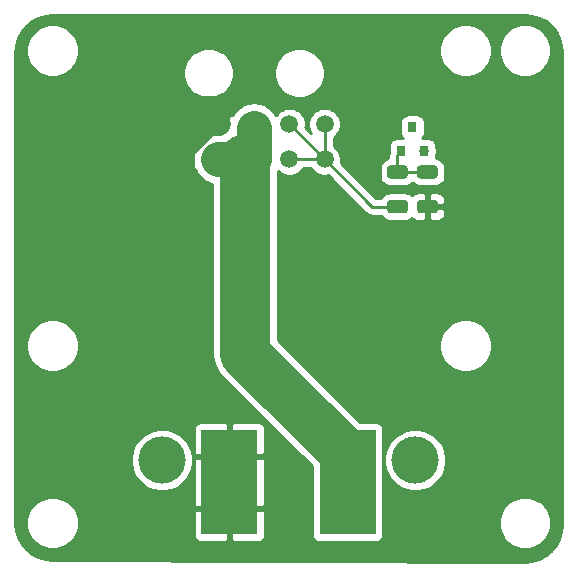
<source format=gbr>
G04 #@! TF.GenerationSoftware,KiCad,Pcbnew,(5.1.6)-1*
G04 #@! TF.CreationDate,2021-06-25T13:56:25+10:00*
G04 #@! TF.ProjectId,Fan Controller,46616e20-436f-46e7-9472-6f6c6c65722e,rev?*
G04 #@! TF.SameCoordinates,Original*
G04 #@! TF.FileFunction,Copper,L1,Top*
G04 #@! TF.FilePolarity,Positive*
%FSLAX46Y46*%
G04 Gerber Fmt 4.6, Leading zero omitted, Abs format (unit mm)*
G04 Created by KiCad (PCBNEW (5.1.6)-1) date 2021-06-25 13:56:25*
%MOMM*%
%LPD*%
G01*
G04 APERTURE LIST*
G04 #@! TA.AperFunction,ComponentPad*
%ADD10C,1.500000*%
G04 #@! TD*
G04 #@! TA.AperFunction,ComponentPad*
%ADD11C,4.000000*%
G04 #@! TD*
G04 #@! TA.AperFunction,ComponentPad*
%ADD12R,4.800000X4.500000*%
G04 #@! TD*
G04 #@! TA.AperFunction,SMDPad,CuDef*
%ADD13R,0.800000X0.900000*%
G04 #@! TD*
G04 #@! TA.AperFunction,ViaPad*
%ADD14C,0.800000*%
G04 #@! TD*
G04 #@! TA.AperFunction,Conductor*
%ADD15C,0.250000*%
G04 #@! TD*
G04 #@! TA.AperFunction,Conductor*
%ADD16C,3.000000*%
G04 #@! TD*
G04 #@! TA.AperFunction,Conductor*
%ADD17C,4.250000*%
G04 #@! TD*
G04 #@! TA.AperFunction,Conductor*
%ADD18C,2.000000*%
G04 #@! TD*
G04 #@! TA.AperFunction,Conductor*
%ADD19C,0.254000*%
G04 #@! TD*
G04 APERTURE END LIST*
D10*
X138365000Y-91011000D03*
X135365000Y-91011000D03*
X132365000Y-91011000D03*
X129365000Y-91011000D03*
X126365000Y-91011000D03*
X138365000Y-88011000D03*
X135365000Y-88011000D03*
X132365000Y-88011000D03*
X129365000Y-88011000D03*
G04 #@! TA.AperFunction,ComponentPad*
G36*
G01*
X125615000Y-88511000D02*
X125615000Y-87511000D01*
G75*
G02*
X125865000Y-87261000I250000J0D01*
G01*
X126865000Y-87261000D01*
G75*
G02*
X127115000Y-87511000I0J-250000D01*
G01*
X127115000Y-88511000D01*
G75*
G02*
X126865000Y-88761000I-250000J0D01*
G01*
X125865000Y-88761000D01*
G75*
G02*
X125615000Y-88511000I0J250000D01*
G01*
G37*
G04 #@! TD.AperFunction*
D11*
X146032000Y-116473000D03*
X124572000Y-116473000D03*
D12*
X140302000Y-116123000D03*
X130302000Y-116123000D03*
X140302000Y-120523000D03*
X130302000Y-120523000D03*
D13*
X144846000Y-90281000D03*
X146746000Y-90281000D03*
X145796000Y-88281000D03*
G04 #@! TA.AperFunction,SMDPad,CuDef*
G36*
G01*
X146440999Y-91512500D02*
X147691001Y-91512500D01*
G75*
G02*
X147941000Y-91762499I0J-249999D01*
G01*
X147941000Y-92387501D01*
G75*
G02*
X147691001Y-92637500I-249999J0D01*
G01*
X146440999Y-92637500D01*
G75*
G02*
X146191000Y-92387501I0J249999D01*
G01*
X146191000Y-91762499D01*
G75*
G02*
X146440999Y-91512500I249999J0D01*
G01*
G37*
G04 #@! TD.AperFunction*
G04 #@! TA.AperFunction,SMDPad,CuDef*
G36*
G01*
X146440999Y-94437500D02*
X147691001Y-94437500D01*
G75*
G02*
X147941000Y-94687499I0J-249999D01*
G01*
X147941000Y-95312501D01*
G75*
G02*
X147691001Y-95562500I-249999J0D01*
G01*
X146440999Y-95562500D01*
G75*
G02*
X146191000Y-95312501I0J249999D01*
G01*
X146191000Y-94687499D01*
G75*
G02*
X146440999Y-94437500I249999J0D01*
G01*
G37*
G04 #@! TD.AperFunction*
G04 #@! TA.AperFunction,SMDPad,CuDef*
G36*
G01*
X143900999Y-94437500D02*
X145151001Y-94437500D01*
G75*
G02*
X145401000Y-94687499I0J-249999D01*
G01*
X145401000Y-95312501D01*
G75*
G02*
X145151001Y-95562500I-249999J0D01*
G01*
X143900999Y-95562500D01*
G75*
G02*
X143651000Y-95312501I0J249999D01*
G01*
X143651000Y-94687499D01*
G75*
G02*
X143900999Y-94437500I249999J0D01*
G01*
G37*
G04 #@! TD.AperFunction*
G04 #@! TA.AperFunction,SMDPad,CuDef*
G36*
G01*
X143900999Y-91512500D02*
X145151001Y-91512500D01*
G75*
G02*
X145401000Y-91762499I0J-249999D01*
G01*
X145401000Y-92387501D01*
G75*
G02*
X145151001Y-92637500I-249999J0D01*
G01*
X143900999Y-92637500D01*
G75*
G02*
X143651000Y-92387501I0J249999D01*
G01*
X143651000Y-91762499D01*
G75*
G02*
X143900999Y-91512500I249999J0D01*
G01*
G37*
G04 #@! TD.AperFunction*
D14*
X146812000Y-90297000D03*
D15*
X147066000Y-92075000D02*
X144526000Y-92075000D01*
X144526000Y-90601000D02*
X144846000Y-90281000D01*
X144526000Y-92075000D02*
X144526000Y-90601000D01*
D16*
X132365000Y-91011000D02*
X132365000Y-88310999D01*
D17*
X140302000Y-120523000D02*
X140302000Y-116123000D01*
X131620000Y-107441000D02*
X131620000Y-91011000D01*
X140302000Y-116123000D02*
X131620000Y-107441000D01*
D16*
X129365000Y-91011000D02*
X131620000Y-91011000D01*
X131620000Y-91011000D02*
X132365000Y-91011000D01*
D18*
X126365000Y-91011000D02*
X126365000Y-88011000D01*
X126365000Y-88011000D02*
X129413000Y-88011000D01*
X125778000Y-91011000D02*
X125603000Y-91186000D01*
X126365000Y-91011000D02*
X125778000Y-91011000D01*
X124968000Y-89614000D02*
X124968000Y-89281000D01*
X126365000Y-91011000D02*
X124968000Y-89614000D01*
X124968000Y-87122000D02*
X125349000Y-86741000D01*
X124968000Y-89614000D02*
X124968000Y-87122000D01*
X127254000Y-86614000D02*
X129667000Y-86614000D01*
X124968000Y-87122000D02*
X126746000Y-87122000D01*
X126746000Y-87122000D02*
X127254000Y-86614000D01*
X128546610Y-88011000D02*
X129365000Y-88011000D01*
X126365000Y-90192610D02*
X128546610Y-88011000D01*
X126365000Y-91011000D02*
X126365000Y-90192610D01*
X126365000Y-91011000D02*
X126365000Y-92456000D01*
D15*
X142354000Y-95000000D02*
X138365000Y-91011000D01*
X144526000Y-95000000D02*
X142354000Y-95000000D01*
X138365000Y-91011000D02*
X135365000Y-91011000D01*
X138365000Y-91011000D02*
X138365000Y-88011000D01*
X138365000Y-91011000D02*
X135365000Y-88011000D01*
D19*
G36*
X155932222Y-78828096D02*
G01*
X156520164Y-79005606D01*
X157062436Y-79293937D01*
X157538364Y-79682094D01*
X157929845Y-80155314D01*
X158221951Y-80695552D01*
X158403563Y-81282244D01*
X158471001Y-81923888D01*
X158471000Y-121887721D01*
X158407904Y-122531221D01*
X158230394Y-123119164D01*
X157942063Y-123661436D01*
X157553906Y-124137364D01*
X157080686Y-124528845D01*
X156540449Y-124820950D01*
X155953756Y-125002563D01*
X155312414Y-125069970D01*
X115349330Y-124943103D01*
X114704779Y-124879904D01*
X114116836Y-124702394D01*
X113574564Y-124414063D01*
X113098636Y-124025906D01*
X112707155Y-123552686D01*
X112415050Y-123012449D01*
X112233437Y-122425756D01*
X112166000Y-121784130D01*
X112166000Y-121567872D01*
X113081000Y-121567872D01*
X113081000Y-122008128D01*
X113166890Y-122439925D01*
X113335369Y-122846669D01*
X113579962Y-123212729D01*
X113891271Y-123524038D01*
X114257331Y-123768631D01*
X114664075Y-123937110D01*
X115095872Y-124023000D01*
X115536128Y-124023000D01*
X115967925Y-123937110D01*
X116374669Y-123768631D01*
X116740729Y-123524038D01*
X117052038Y-123212729D01*
X117296631Y-122846669D01*
X117327145Y-122773000D01*
X127263928Y-122773000D01*
X127276188Y-122897482D01*
X127312498Y-123017180D01*
X127371463Y-123127494D01*
X127450815Y-123224185D01*
X127547506Y-123303537D01*
X127657820Y-123362502D01*
X127777518Y-123398812D01*
X127902000Y-123411072D01*
X130016250Y-123408000D01*
X130175000Y-123249250D01*
X130175000Y-120650000D01*
X130429000Y-120650000D01*
X130429000Y-123249250D01*
X130587750Y-123408000D01*
X132702000Y-123411072D01*
X132826482Y-123398812D01*
X132946180Y-123362502D01*
X133056494Y-123303537D01*
X133153185Y-123224185D01*
X133232537Y-123127494D01*
X133291502Y-123017180D01*
X133327812Y-122897482D01*
X133340072Y-122773000D01*
X133337000Y-120808750D01*
X133178250Y-120650000D01*
X130429000Y-120650000D01*
X130175000Y-120650000D01*
X127425750Y-120650000D01*
X127267000Y-120808750D01*
X127263928Y-122773000D01*
X117327145Y-122773000D01*
X117465110Y-122439925D01*
X117551000Y-122008128D01*
X117551000Y-121567872D01*
X117465110Y-121136075D01*
X117296631Y-120729331D01*
X117052038Y-120363271D01*
X116740729Y-120051962D01*
X116374669Y-119807369D01*
X115967925Y-119638890D01*
X115536128Y-119553000D01*
X115095872Y-119553000D01*
X114664075Y-119638890D01*
X114257331Y-119807369D01*
X113891271Y-120051962D01*
X113579962Y-120363271D01*
X113335369Y-120729331D01*
X113166890Y-121136075D01*
X113081000Y-121567872D01*
X112166000Y-121567872D01*
X112166000Y-116213475D01*
X121937000Y-116213475D01*
X121937000Y-116732525D01*
X122038261Y-117241601D01*
X122236893Y-117721141D01*
X122525262Y-118152715D01*
X122892285Y-118519738D01*
X123323859Y-118808107D01*
X123803399Y-119006739D01*
X124312475Y-119108000D01*
X124831525Y-119108000D01*
X125340601Y-119006739D01*
X125820141Y-118808107D01*
X126251715Y-118519738D01*
X126498453Y-118273000D01*
X127263928Y-118273000D01*
X127264006Y-118323000D01*
X127263928Y-118373000D01*
X127264087Y-118374614D01*
X127267000Y-120237250D01*
X127425750Y-120396000D01*
X130175000Y-120396000D01*
X130175000Y-116250000D01*
X130429000Y-116250000D01*
X130429000Y-120396000D01*
X133178250Y-120396000D01*
X133337000Y-120237250D01*
X133339913Y-118374614D01*
X133340072Y-118373000D01*
X133339994Y-118323000D01*
X133340072Y-118273000D01*
X133339913Y-118271386D01*
X133337000Y-116408750D01*
X133178250Y-116250000D01*
X130429000Y-116250000D01*
X130175000Y-116250000D01*
X127425750Y-116250000D01*
X127267000Y-116408750D01*
X127264087Y-118271386D01*
X127263928Y-118273000D01*
X126498453Y-118273000D01*
X126618738Y-118152715D01*
X126907107Y-117721141D01*
X127105739Y-117241601D01*
X127207000Y-116732525D01*
X127207000Y-116213475D01*
X127105739Y-115704399D01*
X126907107Y-115224859D01*
X126618738Y-114793285D01*
X126251715Y-114426262D01*
X125820141Y-114137893D01*
X125340601Y-113939261D01*
X125007483Y-113873000D01*
X127263928Y-113873000D01*
X127267000Y-115837250D01*
X127425750Y-115996000D01*
X130175000Y-115996000D01*
X130175000Y-113396750D01*
X130429000Y-113396750D01*
X130429000Y-115996000D01*
X133178250Y-115996000D01*
X133337000Y-115837250D01*
X133340072Y-113873000D01*
X133327812Y-113748518D01*
X133291502Y-113628820D01*
X133232537Y-113518506D01*
X133153185Y-113421815D01*
X133056494Y-113342463D01*
X132946180Y-113283498D01*
X132826482Y-113247188D01*
X132702000Y-113234928D01*
X130587750Y-113238000D01*
X130429000Y-113396750D01*
X130175000Y-113396750D01*
X130016250Y-113238000D01*
X127902000Y-113234928D01*
X127777518Y-113247188D01*
X127657820Y-113283498D01*
X127547506Y-113342463D01*
X127450815Y-113421815D01*
X127371463Y-113518506D01*
X127312498Y-113628820D01*
X127276188Y-113748518D01*
X127263928Y-113873000D01*
X125007483Y-113873000D01*
X124831525Y-113838000D01*
X124312475Y-113838000D01*
X123803399Y-113939261D01*
X123323859Y-114137893D01*
X122892285Y-114426262D01*
X122525262Y-114793285D01*
X122236893Y-115224859D01*
X122038261Y-115704399D01*
X121937000Y-116213475D01*
X112166000Y-116213475D01*
X112166000Y-106567872D01*
X113081000Y-106567872D01*
X113081000Y-107008128D01*
X113166890Y-107439925D01*
X113335369Y-107846669D01*
X113579962Y-108212729D01*
X113891271Y-108524038D01*
X114257331Y-108768631D01*
X114664075Y-108937110D01*
X115095872Y-109023000D01*
X115536128Y-109023000D01*
X115967925Y-108937110D01*
X116374669Y-108768631D01*
X116740729Y-108524038D01*
X117052038Y-108212729D01*
X117296631Y-107846669D01*
X117465110Y-107439925D01*
X117551000Y-107008128D01*
X117551000Y-106567872D01*
X117465110Y-106136075D01*
X117296631Y-105729331D01*
X117052038Y-105363271D01*
X116740729Y-105051962D01*
X116374669Y-104807369D01*
X115967925Y-104638890D01*
X115536128Y-104553000D01*
X115095872Y-104553000D01*
X114664075Y-104638890D01*
X114257331Y-104807369D01*
X113891271Y-105051962D01*
X113579962Y-105363271D01*
X113335369Y-105729331D01*
X113166890Y-106136075D01*
X113081000Y-106567872D01*
X112166000Y-106567872D01*
X112166000Y-91967993D01*
X125587612Y-91967993D01*
X125653137Y-92206860D01*
X125900116Y-92322760D01*
X126164960Y-92388250D01*
X126437492Y-92400812D01*
X126707238Y-92359965D01*
X126963832Y-92267277D01*
X127076863Y-92206860D01*
X127142388Y-91967993D01*
X126365000Y-91190605D01*
X125587612Y-91967993D01*
X112166000Y-91967993D01*
X112166000Y-91083492D01*
X124975188Y-91083492D01*
X125016035Y-91353238D01*
X125108723Y-91609832D01*
X125169140Y-91722863D01*
X125408007Y-91788388D01*
X126185395Y-91011000D01*
X126544605Y-91011000D01*
X127321993Y-91788388D01*
X127366081Y-91776294D01*
X127382974Y-91831982D01*
X127581223Y-92202881D01*
X127848023Y-92527977D01*
X128173119Y-92794777D01*
X128544018Y-92993026D01*
X128860001Y-93088879D01*
X128860000Y-107305422D01*
X128846647Y-107441000D01*
X128860000Y-107576578D01*
X128860000Y-107576585D01*
X128899935Y-107982054D01*
X129057755Y-108502316D01*
X129314040Y-108981792D01*
X129658943Y-109402056D01*
X129764260Y-109488488D01*
X137263928Y-116988158D01*
X137263928Y-122773000D01*
X137276188Y-122897482D01*
X137312498Y-123017180D01*
X137371463Y-123127494D01*
X137450815Y-123224185D01*
X137547506Y-123303537D01*
X137657820Y-123362502D01*
X137777518Y-123398812D01*
X137902000Y-123411072D01*
X142702000Y-123411072D01*
X142826482Y-123398812D01*
X142946180Y-123362502D01*
X143056494Y-123303537D01*
X143153185Y-123224185D01*
X143232537Y-123127494D01*
X143291502Y-123017180D01*
X143327812Y-122897482D01*
X143340072Y-122773000D01*
X143340072Y-121567872D01*
X153081000Y-121567872D01*
X153081000Y-122008128D01*
X153166890Y-122439925D01*
X153335369Y-122846669D01*
X153579962Y-123212729D01*
X153891271Y-123524038D01*
X154257331Y-123768631D01*
X154664075Y-123937110D01*
X155095872Y-124023000D01*
X155536128Y-124023000D01*
X155967925Y-123937110D01*
X156374669Y-123768631D01*
X156740729Y-123524038D01*
X157052038Y-123212729D01*
X157296631Y-122846669D01*
X157465110Y-122439925D01*
X157551000Y-122008128D01*
X157551000Y-121567872D01*
X157465110Y-121136075D01*
X157296631Y-120729331D01*
X157052038Y-120363271D01*
X156740729Y-120051962D01*
X156374669Y-119807369D01*
X155967925Y-119638890D01*
X155536128Y-119553000D01*
X155095872Y-119553000D01*
X154664075Y-119638890D01*
X154257331Y-119807369D01*
X153891271Y-120051962D01*
X153579962Y-120363271D01*
X153335369Y-120729331D01*
X153166890Y-121136075D01*
X153081000Y-121567872D01*
X143340072Y-121567872D01*
X143340072Y-116213475D01*
X143397000Y-116213475D01*
X143397000Y-116732525D01*
X143498261Y-117241601D01*
X143696893Y-117721141D01*
X143985262Y-118152715D01*
X144352285Y-118519738D01*
X144783859Y-118808107D01*
X145263399Y-119006739D01*
X145772475Y-119108000D01*
X146291525Y-119108000D01*
X146800601Y-119006739D01*
X147280141Y-118808107D01*
X147711715Y-118519738D01*
X148078738Y-118152715D01*
X148367107Y-117721141D01*
X148565739Y-117241601D01*
X148667000Y-116732525D01*
X148667000Y-116213475D01*
X148565739Y-115704399D01*
X148367107Y-115224859D01*
X148078738Y-114793285D01*
X147711715Y-114426262D01*
X147280141Y-114137893D01*
X146800601Y-113939261D01*
X146291525Y-113838000D01*
X145772475Y-113838000D01*
X145263399Y-113939261D01*
X144783859Y-114137893D01*
X144352285Y-114426262D01*
X143985262Y-114793285D01*
X143696893Y-115224859D01*
X143498261Y-115704399D01*
X143397000Y-116213475D01*
X143340072Y-116213475D01*
X143340072Y-113873000D01*
X143327812Y-113748518D01*
X143291502Y-113628820D01*
X143232537Y-113518506D01*
X143153185Y-113421815D01*
X143056494Y-113342463D01*
X142946180Y-113283498D01*
X142826482Y-113247188D01*
X142702000Y-113234928D01*
X141317158Y-113234928D01*
X134650101Y-106567872D01*
X148081000Y-106567872D01*
X148081000Y-107008128D01*
X148166890Y-107439925D01*
X148335369Y-107846669D01*
X148579962Y-108212729D01*
X148891271Y-108524038D01*
X149257331Y-108768631D01*
X149664075Y-108937110D01*
X150095872Y-109023000D01*
X150536128Y-109023000D01*
X150967925Y-108937110D01*
X151374669Y-108768631D01*
X151740729Y-108524038D01*
X152052038Y-108212729D01*
X152296631Y-107846669D01*
X152465110Y-107439925D01*
X152551000Y-107008128D01*
X152551000Y-106567872D01*
X152465110Y-106136075D01*
X152296631Y-105729331D01*
X152052038Y-105363271D01*
X151740729Y-105051962D01*
X151374669Y-104807369D01*
X150967925Y-104638890D01*
X150536128Y-104553000D01*
X150095872Y-104553000D01*
X149664075Y-104638890D01*
X149257331Y-104807369D01*
X148891271Y-105051962D01*
X148579962Y-105363271D01*
X148335369Y-105729331D01*
X148166890Y-106136075D01*
X148081000Y-106567872D01*
X134650101Y-106567872D01*
X134380000Y-106297772D01*
X134380000Y-91984685D01*
X134482114Y-92086799D01*
X134708957Y-92238371D01*
X134961011Y-92342775D01*
X135228589Y-92396000D01*
X135501411Y-92396000D01*
X135768989Y-92342775D01*
X136021043Y-92238371D01*
X136247886Y-92086799D01*
X136440799Y-91893886D01*
X136522909Y-91771000D01*
X137207091Y-91771000D01*
X137289201Y-91893886D01*
X137482114Y-92086799D01*
X137708957Y-92238371D01*
X137961011Y-92342775D01*
X138228589Y-92396000D01*
X138501411Y-92396000D01*
X138646365Y-92367167D01*
X141790201Y-95511003D01*
X141813999Y-95540001D01*
X141842997Y-95563799D01*
X141929723Y-95634974D01*
X142061753Y-95705546D01*
X142205014Y-95749003D01*
X142316667Y-95760000D01*
X142316677Y-95760000D01*
X142354000Y-95763676D01*
X142391323Y-95760000D01*
X143138068Y-95760000D01*
X143162595Y-95805887D01*
X143273038Y-95940462D01*
X143407613Y-96050905D01*
X143561149Y-96132972D01*
X143727745Y-96183508D01*
X143900999Y-96200572D01*
X145151001Y-96200572D01*
X145324255Y-96183508D01*
X145490851Y-96132972D01*
X145644387Y-96050905D01*
X145719662Y-95989128D01*
X145739815Y-96013685D01*
X145836506Y-96093037D01*
X145946820Y-96152002D01*
X146066518Y-96188312D01*
X146191000Y-96200572D01*
X146780250Y-96197500D01*
X146939000Y-96038750D01*
X146939000Y-95127000D01*
X147193000Y-95127000D01*
X147193000Y-96038750D01*
X147351750Y-96197500D01*
X147941000Y-96200572D01*
X148065482Y-96188312D01*
X148185180Y-96152002D01*
X148295494Y-96093037D01*
X148392185Y-96013685D01*
X148471537Y-95916994D01*
X148530502Y-95806680D01*
X148566812Y-95686982D01*
X148579072Y-95562500D01*
X148576000Y-95285750D01*
X148417250Y-95127000D01*
X147193000Y-95127000D01*
X146939000Y-95127000D01*
X146919000Y-95127000D01*
X146919000Y-94873000D01*
X146939000Y-94873000D01*
X146939000Y-93961250D01*
X147193000Y-93961250D01*
X147193000Y-94873000D01*
X148417250Y-94873000D01*
X148576000Y-94714250D01*
X148579072Y-94437500D01*
X148566812Y-94313018D01*
X148530502Y-94193320D01*
X148471537Y-94083006D01*
X148392185Y-93986315D01*
X148295494Y-93906963D01*
X148185180Y-93847998D01*
X148065482Y-93811688D01*
X147941000Y-93799428D01*
X147351750Y-93802500D01*
X147193000Y-93961250D01*
X146939000Y-93961250D01*
X146780250Y-93802500D01*
X146191000Y-93799428D01*
X146066518Y-93811688D01*
X145946820Y-93847998D01*
X145836506Y-93906963D01*
X145739815Y-93986315D01*
X145719662Y-94010872D01*
X145644387Y-93949095D01*
X145490851Y-93867028D01*
X145324255Y-93816492D01*
X145151001Y-93799428D01*
X143900999Y-93799428D01*
X143727745Y-93816492D01*
X143561149Y-93867028D01*
X143407613Y-93949095D01*
X143273038Y-94059538D01*
X143162595Y-94194113D01*
X143138068Y-94240000D01*
X142668802Y-94240000D01*
X140191301Y-91762499D01*
X143012928Y-91762499D01*
X143012928Y-92387501D01*
X143029992Y-92560755D01*
X143080528Y-92727351D01*
X143162595Y-92880887D01*
X143273038Y-93015462D01*
X143407613Y-93125905D01*
X143561149Y-93207972D01*
X143727745Y-93258508D01*
X143900999Y-93275572D01*
X145151001Y-93275572D01*
X145324255Y-93258508D01*
X145490851Y-93207972D01*
X145644387Y-93125905D01*
X145778962Y-93015462D01*
X145796000Y-92994701D01*
X145813038Y-93015462D01*
X145947613Y-93125905D01*
X146101149Y-93207972D01*
X146267745Y-93258508D01*
X146440999Y-93275572D01*
X147691001Y-93275572D01*
X147864255Y-93258508D01*
X148030851Y-93207972D01*
X148184387Y-93125905D01*
X148318962Y-93015462D01*
X148429405Y-92880887D01*
X148511472Y-92727351D01*
X148562008Y-92560755D01*
X148579072Y-92387501D01*
X148579072Y-91762499D01*
X148562008Y-91589245D01*
X148511472Y-91422649D01*
X148429405Y-91269113D01*
X148318962Y-91134538D01*
X148184387Y-91024095D01*
X148030851Y-90942028D01*
X147864255Y-90891492D01*
X147763887Y-90881607D01*
X147771812Y-90855482D01*
X147784072Y-90731000D01*
X147784072Y-90654796D01*
X147807226Y-90598898D01*
X147847000Y-90398939D01*
X147847000Y-90195061D01*
X147807226Y-89995102D01*
X147784072Y-89939204D01*
X147784072Y-89831000D01*
X147771812Y-89706518D01*
X147735502Y-89586820D01*
X147676537Y-89476506D01*
X147597185Y-89379815D01*
X147500494Y-89300463D01*
X147390180Y-89241498D01*
X147270482Y-89205188D01*
X147146000Y-89192928D01*
X146634095Y-89192928D01*
X146647185Y-89182185D01*
X146726537Y-89085494D01*
X146785502Y-88975180D01*
X146821812Y-88855482D01*
X146834072Y-88731000D01*
X146834072Y-87831000D01*
X146821812Y-87706518D01*
X146785502Y-87586820D01*
X146726537Y-87476506D01*
X146647185Y-87379815D01*
X146550494Y-87300463D01*
X146440180Y-87241498D01*
X146320482Y-87205188D01*
X146196000Y-87192928D01*
X145396000Y-87192928D01*
X145271518Y-87205188D01*
X145151820Y-87241498D01*
X145041506Y-87300463D01*
X144944815Y-87379815D01*
X144865463Y-87476506D01*
X144806498Y-87586820D01*
X144770188Y-87706518D01*
X144757928Y-87831000D01*
X144757928Y-88731000D01*
X144770188Y-88855482D01*
X144806498Y-88975180D01*
X144865463Y-89085494D01*
X144944815Y-89182185D01*
X144957905Y-89192928D01*
X144446000Y-89192928D01*
X144321518Y-89205188D01*
X144201820Y-89241498D01*
X144091506Y-89300463D01*
X143994815Y-89379815D01*
X143915463Y-89476506D01*
X143856498Y-89586820D01*
X143820188Y-89706518D01*
X143807928Y-89831000D01*
X143807928Y-90350048D01*
X143776998Y-90452015D01*
X143762324Y-90601000D01*
X143766001Y-90638332D01*
X143766001Y-90887724D01*
X143727745Y-90891492D01*
X143561149Y-90942028D01*
X143407613Y-91024095D01*
X143273038Y-91134538D01*
X143162595Y-91269113D01*
X143080528Y-91422649D01*
X143029992Y-91589245D01*
X143012928Y-91762499D01*
X140191301Y-91762499D01*
X139721167Y-91292365D01*
X139750000Y-91147411D01*
X139750000Y-90874589D01*
X139696775Y-90607011D01*
X139592371Y-90354957D01*
X139440799Y-90128114D01*
X139247886Y-89935201D01*
X139125000Y-89853091D01*
X139125000Y-89168909D01*
X139247886Y-89086799D01*
X139440799Y-88893886D01*
X139592371Y-88667043D01*
X139696775Y-88414989D01*
X139750000Y-88147411D01*
X139750000Y-87874589D01*
X139696775Y-87607011D01*
X139592371Y-87354957D01*
X139440799Y-87128114D01*
X139247886Y-86935201D01*
X139021043Y-86783629D01*
X138768989Y-86679225D01*
X138501411Y-86626000D01*
X138228589Y-86626000D01*
X137961011Y-86679225D01*
X137708957Y-86783629D01*
X137482114Y-86935201D01*
X137289201Y-87128114D01*
X137137629Y-87354957D01*
X137033225Y-87607011D01*
X136980000Y-87874589D01*
X136980000Y-88147411D01*
X137033225Y-88414989D01*
X137137629Y-88667043D01*
X137221770Y-88792968D01*
X136721167Y-88292365D01*
X136750000Y-88147411D01*
X136750000Y-87874589D01*
X136696775Y-87607011D01*
X136592371Y-87354957D01*
X136440799Y-87128114D01*
X136247886Y-86935201D01*
X136021043Y-86783629D01*
X135768989Y-86679225D01*
X135501411Y-86626000D01*
X135228589Y-86626000D01*
X134961011Y-86679225D01*
X134708957Y-86783629D01*
X134482114Y-86935201D01*
X134289201Y-87128114D01*
X134213857Y-87240874D01*
X134148777Y-87119118D01*
X133881977Y-86794022D01*
X133556881Y-86527222D01*
X133185982Y-86328973D01*
X132783533Y-86206891D01*
X132365000Y-86165669D01*
X131946468Y-86206891D01*
X131544019Y-86328973D01*
X131173120Y-86527222D01*
X130848024Y-86794022D01*
X130581224Y-87119118D01*
X130494702Y-87280989D01*
X130321993Y-87233612D01*
X129544605Y-88011000D01*
X129558748Y-88025143D01*
X129379143Y-88204748D01*
X129365000Y-88190605D01*
X128587612Y-88967993D01*
X128599706Y-89012081D01*
X128544018Y-89028974D01*
X128173119Y-89227223D01*
X127848023Y-89494023D01*
X127581223Y-89819119D01*
X127382974Y-90190018D01*
X127366081Y-90245706D01*
X127321993Y-90233612D01*
X126544605Y-91011000D01*
X126185395Y-91011000D01*
X125408007Y-90233612D01*
X125169140Y-90299137D01*
X125053240Y-90546116D01*
X124987750Y-90810960D01*
X124975188Y-91083492D01*
X112166000Y-91083492D01*
X112166000Y-90054007D01*
X125587612Y-90054007D01*
X126365000Y-90831395D01*
X127142388Y-90054007D01*
X127076863Y-89815140D01*
X126829884Y-89699240D01*
X126565040Y-89633750D01*
X126292508Y-89621188D01*
X126022762Y-89662035D01*
X125766168Y-89754723D01*
X125653137Y-89815140D01*
X125587612Y-90054007D01*
X112166000Y-90054007D01*
X112166000Y-88761000D01*
X124976928Y-88761000D01*
X124989188Y-88885482D01*
X125025498Y-89005180D01*
X125084463Y-89115494D01*
X125163815Y-89212185D01*
X125260506Y-89291537D01*
X125370820Y-89350502D01*
X125490518Y-89386812D01*
X125615000Y-89399072D01*
X126079250Y-89396000D01*
X126238000Y-89237250D01*
X126238000Y-88138000D01*
X126492000Y-88138000D01*
X126492000Y-89237250D01*
X126650750Y-89396000D01*
X127115000Y-89399072D01*
X127239482Y-89386812D01*
X127359180Y-89350502D01*
X127469494Y-89291537D01*
X127566185Y-89212185D01*
X127645537Y-89115494D01*
X127704502Y-89005180D01*
X127740812Y-88885482D01*
X127753072Y-88761000D01*
X127750000Y-88296750D01*
X127591250Y-88138000D01*
X126492000Y-88138000D01*
X126238000Y-88138000D01*
X125138750Y-88138000D01*
X124980000Y-88296750D01*
X124976928Y-88761000D01*
X112166000Y-88761000D01*
X112166000Y-88083492D01*
X127975188Y-88083492D01*
X128016035Y-88353238D01*
X128108723Y-88609832D01*
X128169140Y-88722863D01*
X128408007Y-88788388D01*
X129185395Y-88011000D01*
X128408007Y-87233612D01*
X128169140Y-87299137D01*
X128053240Y-87546116D01*
X127987750Y-87810960D01*
X127975188Y-88083492D01*
X112166000Y-88083492D01*
X112166000Y-87261000D01*
X124976928Y-87261000D01*
X124980000Y-87725250D01*
X125138750Y-87884000D01*
X126238000Y-87884000D01*
X126238000Y-86784750D01*
X126492000Y-86784750D01*
X126492000Y-87884000D01*
X127591250Y-87884000D01*
X127750000Y-87725250D01*
X127753072Y-87261000D01*
X127740812Y-87136518D01*
X127715783Y-87054007D01*
X128587612Y-87054007D01*
X129365000Y-87831395D01*
X130142388Y-87054007D01*
X130076863Y-86815140D01*
X129829884Y-86699240D01*
X129565040Y-86633750D01*
X129292508Y-86621188D01*
X129022762Y-86662035D01*
X128766168Y-86754723D01*
X128653137Y-86815140D01*
X128587612Y-87054007D01*
X127715783Y-87054007D01*
X127704502Y-87016820D01*
X127645537Y-86906506D01*
X127566185Y-86809815D01*
X127469494Y-86730463D01*
X127359180Y-86671498D01*
X127239482Y-86635188D01*
X127115000Y-86622928D01*
X126650750Y-86626000D01*
X126492000Y-86784750D01*
X126238000Y-86784750D01*
X126079250Y-86626000D01*
X125615000Y-86622928D01*
X125490518Y-86635188D01*
X125370820Y-86671498D01*
X125260506Y-86730463D01*
X125163815Y-86809815D01*
X125084463Y-86906506D01*
X125025498Y-87016820D01*
X124989188Y-87136518D01*
X124976928Y-87261000D01*
X112166000Y-87261000D01*
X112166000Y-81947279D01*
X112203201Y-81567872D01*
X113081000Y-81567872D01*
X113081000Y-82008128D01*
X113166890Y-82439925D01*
X113335369Y-82846669D01*
X113579962Y-83212729D01*
X113891271Y-83524038D01*
X114257331Y-83768631D01*
X114664075Y-83937110D01*
X115095872Y-84023000D01*
X115536128Y-84023000D01*
X115967925Y-83937110D01*
X116374669Y-83768631D01*
X116740729Y-83524038D01*
X116784046Y-83480721D01*
X126390000Y-83480721D01*
X126390000Y-83901279D01*
X126472047Y-84313756D01*
X126632988Y-84702302D01*
X126866637Y-85051983D01*
X127164017Y-85349363D01*
X127513698Y-85583012D01*
X127902244Y-85743953D01*
X128314721Y-85826000D01*
X128735279Y-85826000D01*
X129147756Y-85743953D01*
X129536302Y-85583012D01*
X129885983Y-85349363D01*
X130183363Y-85051983D01*
X130417012Y-84702302D01*
X130577953Y-84313756D01*
X130660000Y-83901279D01*
X130660000Y-83480721D01*
X134090000Y-83480721D01*
X134090000Y-83901279D01*
X134172047Y-84313756D01*
X134332988Y-84702302D01*
X134566637Y-85051983D01*
X134864017Y-85349363D01*
X135213698Y-85583012D01*
X135602244Y-85743953D01*
X136014721Y-85826000D01*
X136435279Y-85826000D01*
X136847756Y-85743953D01*
X137236302Y-85583012D01*
X137585983Y-85349363D01*
X137883363Y-85051983D01*
X138117012Y-84702302D01*
X138277953Y-84313756D01*
X138360000Y-83901279D01*
X138360000Y-83480721D01*
X138277953Y-83068244D01*
X138117012Y-82679698D01*
X137883363Y-82330017D01*
X137585983Y-82032637D01*
X137236302Y-81798988D01*
X136847756Y-81638047D01*
X136494964Y-81567872D01*
X148081000Y-81567872D01*
X148081000Y-82008128D01*
X148166890Y-82439925D01*
X148335369Y-82846669D01*
X148579962Y-83212729D01*
X148891271Y-83524038D01*
X149257331Y-83768631D01*
X149664075Y-83937110D01*
X150095872Y-84023000D01*
X150536128Y-84023000D01*
X150967925Y-83937110D01*
X151374669Y-83768631D01*
X151740729Y-83524038D01*
X152052038Y-83212729D01*
X152296631Y-82846669D01*
X152465110Y-82439925D01*
X152551000Y-82008128D01*
X152551000Y-81567872D01*
X153081000Y-81567872D01*
X153081000Y-82008128D01*
X153166890Y-82439925D01*
X153335369Y-82846669D01*
X153579962Y-83212729D01*
X153891271Y-83524038D01*
X154257331Y-83768631D01*
X154664075Y-83937110D01*
X155095872Y-84023000D01*
X155536128Y-84023000D01*
X155967925Y-83937110D01*
X156374669Y-83768631D01*
X156740729Y-83524038D01*
X157052038Y-83212729D01*
X157296631Y-82846669D01*
X157465110Y-82439925D01*
X157551000Y-82008128D01*
X157551000Y-81567872D01*
X157465110Y-81136075D01*
X157296631Y-80729331D01*
X157052038Y-80363271D01*
X156740729Y-80051962D01*
X156374669Y-79807369D01*
X155967925Y-79638890D01*
X155536128Y-79553000D01*
X155095872Y-79553000D01*
X154664075Y-79638890D01*
X154257331Y-79807369D01*
X153891271Y-80051962D01*
X153579962Y-80363271D01*
X153335369Y-80729331D01*
X153166890Y-81136075D01*
X153081000Y-81567872D01*
X152551000Y-81567872D01*
X152465110Y-81136075D01*
X152296631Y-80729331D01*
X152052038Y-80363271D01*
X151740729Y-80051962D01*
X151374669Y-79807369D01*
X150967925Y-79638890D01*
X150536128Y-79553000D01*
X150095872Y-79553000D01*
X149664075Y-79638890D01*
X149257331Y-79807369D01*
X148891271Y-80051962D01*
X148579962Y-80363271D01*
X148335369Y-80729331D01*
X148166890Y-81136075D01*
X148081000Y-81567872D01*
X136494964Y-81567872D01*
X136435279Y-81556000D01*
X136014721Y-81556000D01*
X135602244Y-81638047D01*
X135213698Y-81798988D01*
X134864017Y-82032637D01*
X134566637Y-82330017D01*
X134332988Y-82679698D01*
X134172047Y-83068244D01*
X134090000Y-83480721D01*
X130660000Y-83480721D01*
X130577953Y-83068244D01*
X130417012Y-82679698D01*
X130183363Y-82330017D01*
X129885983Y-82032637D01*
X129536302Y-81798988D01*
X129147756Y-81638047D01*
X128735279Y-81556000D01*
X128314721Y-81556000D01*
X127902244Y-81638047D01*
X127513698Y-81798988D01*
X127164017Y-82032637D01*
X126866637Y-82330017D01*
X126632988Y-82679698D01*
X126472047Y-83068244D01*
X126390000Y-83480721D01*
X116784046Y-83480721D01*
X117052038Y-83212729D01*
X117296631Y-82846669D01*
X117465110Y-82439925D01*
X117551000Y-82008128D01*
X117551000Y-81567872D01*
X117465110Y-81136075D01*
X117296631Y-80729331D01*
X117052038Y-80363271D01*
X116740729Y-80051962D01*
X116374669Y-79807369D01*
X115967925Y-79638890D01*
X115536128Y-79553000D01*
X115095872Y-79553000D01*
X114664075Y-79638890D01*
X114257331Y-79807369D01*
X113891271Y-80051962D01*
X113579962Y-80363271D01*
X113335369Y-80729331D01*
X113166890Y-81136075D01*
X113081000Y-81567872D01*
X112203201Y-81567872D01*
X112229096Y-81303778D01*
X112406606Y-80715836D01*
X112694937Y-80173564D01*
X113083094Y-79697636D01*
X113556314Y-79306155D01*
X114096552Y-79014049D01*
X114683244Y-78832437D01*
X115324879Y-78765000D01*
X155288721Y-78765000D01*
X155932222Y-78828096D01*
G37*
X155932222Y-78828096D02*
X156520164Y-79005606D01*
X157062436Y-79293937D01*
X157538364Y-79682094D01*
X157929845Y-80155314D01*
X158221951Y-80695552D01*
X158403563Y-81282244D01*
X158471001Y-81923888D01*
X158471000Y-121887721D01*
X158407904Y-122531221D01*
X158230394Y-123119164D01*
X157942063Y-123661436D01*
X157553906Y-124137364D01*
X157080686Y-124528845D01*
X156540449Y-124820950D01*
X155953756Y-125002563D01*
X155312414Y-125069970D01*
X115349330Y-124943103D01*
X114704779Y-124879904D01*
X114116836Y-124702394D01*
X113574564Y-124414063D01*
X113098636Y-124025906D01*
X112707155Y-123552686D01*
X112415050Y-123012449D01*
X112233437Y-122425756D01*
X112166000Y-121784130D01*
X112166000Y-121567872D01*
X113081000Y-121567872D01*
X113081000Y-122008128D01*
X113166890Y-122439925D01*
X113335369Y-122846669D01*
X113579962Y-123212729D01*
X113891271Y-123524038D01*
X114257331Y-123768631D01*
X114664075Y-123937110D01*
X115095872Y-124023000D01*
X115536128Y-124023000D01*
X115967925Y-123937110D01*
X116374669Y-123768631D01*
X116740729Y-123524038D01*
X117052038Y-123212729D01*
X117296631Y-122846669D01*
X117327145Y-122773000D01*
X127263928Y-122773000D01*
X127276188Y-122897482D01*
X127312498Y-123017180D01*
X127371463Y-123127494D01*
X127450815Y-123224185D01*
X127547506Y-123303537D01*
X127657820Y-123362502D01*
X127777518Y-123398812D01*
X127902000Y-123411072D01*
X130016250Y-123408000D01*
X130175000Y-123249250D01*
X130175000Y-120650000D01*
X130429000Y-120650000D01*
X130429000Y-123249250D01*
X130587750Y-123408000D01*
X132702000Y-123411072D01*
X132826482Y-123398812D01*
X132946180Y-123362502D01*
X133056494Y-123303537D01*
X133153185Y-123224185D01*
X133232537Y-123127494D01*
X133291502Y-123017180D01*
X133327812Y-122897482D01*
X133340072Y-122773000D01*
X133337000Y-120808750D01*
X133178250Y-120650000D01*
X130429000Y-120650000D01*
X130175000Y-120650000D01*
X127425750Y-120650000D01*
X127267000Y-120808750D01*
X127263928Y-122773000D01*
X117327145Y-122773000D01*
X117465110Y-122439925D01*
X117551000Y-122008128D01*
X117551000Y-121567872D01*
X117465110Y-121136075D01*
X117296631Y-120729331D01*
X117052038Y-120363271D01*
X116740729Y-120051962D01*
X116374669Y-119807369D01*
X115967925Y-119638890D01*
X115536128Y-119553000D01*
X115095872Y-119553000D01*
X114664075Y-119638890D01*
X114257331Y-119807369D01*
X113891271Y-120051962D01*
X113579962Y-120363271D01*
X113335369Y-120729331D01*
X113166890Y-121136075D01*
X113081000Y-121567872D01*
X112166000Y-121567872D01*
X112166000Y-116213475D01*
X121937000Y-116213475D01*
X121937000Y-116732525D01*
X122038261Y-117241601D01*
X122236893Y-117721141D01*
X122525262Y-118152715D01*
X122892285Y-118519738D01*
X123323859Y-118808107D01*
X123803399Y-119006739D01*
X124312475Y-119108000D01*
X124831525Y-119108000D01*
X125340601Y-119006739D01*
X125820141Y-118808107D01*
X126251715Y-118519738D01*
X126498453Y-118273000D01*
X127263928Y-118273000D01*
X127264006Y-118323000D01*
X127263928Y-118373000D01*
X127264087Y-118374614D01*
X127267000Y-120237250D01*
X127425750Y-120396000D01*
X130175000Y-120396000D01*
X130175000Y-116250000D01*
X130429000Y-116250000D01*
X130429000Y-120396000D01*
X133178250Y-120396000D01*
X133337000Y-120237250D01*
X133339913Y-118374614D01*
X133340072Y-118373000D01*
X133339994Y-118323000D01*
X133340072Y-118273000D01*
X133339913Y-118271386D01*
X133337000Y-116408750D01*
X133178250Y-116250000D01*
X130429000Y-116250000D01*
X130175000Y-116250000D01*
X127425750Y-116250000D01*
X127267000Y-116408750D01*
X127264087Y-118271386D01*
X127263928Y-118273000D01*
X126498453Y-118273000D01*
X126618738Y-118152715D01*
X126907107Y-117721141D01*
X127105739Y-117241601D01*
X127207000Y-116732525D01*
X127207000Y-116213475D01*
X127105739Y-115704399D01*
X126907107Y-115224859D01*
X126618738Y-114793285D01*
X126251715Y-114426262D01*
X125820141Y-114137893D01*
X125340601Y-113939261D01*
X125007483Y-113873000D01*
X127263928Y-113873000D01*
X127267000Y-115837250D01*
X127425750Y-115996000D01*
X130175000Y-115996000D01*
X130175000Y-113396750D01*
X130429000Y-113396750D01*
X130429000Y-115996000D01*
X133178250Y-115996000D01*
X133337000Y-115837250D01*
X133340072Y-113873000D01*
X133327812Y-113748518D01*
X133291502Y-113628820D01*
X133232537Y-113518506D01*
X133153185Y-113421815D01*
X133056494Y-113342463D01*
X132946180Y-113283498D01*
X132826482Y-113247188D01*
X132702000Y-113234928D01*
X130587750Y-113238000D01*
X130429000Y-113396750D01*
X130175000Y-113396750D01*
X130016250Y-113238000D01*
X127902000Y-113234928D01*
X127777518Y-113247188D01*
X127657820Y-113283498D01*
X127547506Y-113342463D01*
X127450815Y-113421815D01*
X127371463Y-113518506D01*
X127312498Y-113628820D01*
X127276188Y-113748518D01*
X127263928Y-113873000D01*
X125007483Y-113873000D01*
X124831525Y-113838000D01*
X124312475Y-113838000D01*
X123803399Y-113939261D01*
X123323859Y-114137893D01*
X122892285Y-114426262D01*
X122525262Y-114793285D01*
X122236893Y-115224859D01*
X122038261Y-115704399D01*
X121937000Y-116213475D01*
X112166000Y-116213475D01*
X112166000Y-106567872D01*
X113081000Y-106567872D01*
X113081000Y-107008128D01*
X113166890Y-107439925D01*
X113335369Y-107846669D01*
X113579962Y-108212729D01*
X113891271Y-108524038D01*
X114257331Y-108768631D01*
X114664075Y-108937110D01*
X115095872Y-109023000D01*
X115536128Y-109023000D01*
X115967925Y-108937110D01*
X116374669Y-108768631D01*
X116740729Y-108524038D01*
X117052038Y-108212729D01*
X117296631Y-107846669D01*
X117465110Y-107439925D01*
X117551000Y-107008128D01*
X117551000Y-106567872D01*
X117465110Y-106136075D01*
X117296631Y-105729331D01*
X117052038Y-105363271D01*
X116740729Y-105051962D01*
X116374669Y-104807369D01*
X115967925Y-104638890D01*
X115536128Y-104553000D01*
X115095872Y-104553000D01*
X114664075Y-104638890D01*
X114257331Y-104807369D01*
X113891271Y-105051962D01*
X113579962Y-105363271D01*
X113335369Y-105729331D01*
X113166890Y-106136075D01*
X113081000Y-106567872D01*
X112166000Y-106567872D01*
X112166000Y-91967993D01*
X125587612Y-91967993D01*
X125653137Y-92206860D01*
X125900116Y-92322760D01*
X126164960Y-92388250D01*
X126437492Y-92400812D01*
X126707238Y-92359965D01*
X126963832Y-92267277D01*
X127076863Y-92206860D01*
X127142388Y-91967993D01*
X126365000Y-91190605D01*
X125587612Y-91967993D01*
X112166000Y-91967993D01*
X112166000Y-91083492D01*
X124975188Y-91083492D01*
X125016035Y-91353238D01*
X125108723Y-91609832D01*
X125169140Y-91722863D01*
X125408007Y-91788388D01*
X126185395Y-91011000D01*
X126544605Y-91011000D01*
X127321993Y-91788388D01*
X127366081Y-91776294D01*
X127382974Y-91831982D01*
X127581223Y-92202881D01*
X127848023Y-92527977D01*
X128173119Y-92794777D01*
X128544018Y-92993026D01*
X128860001Y-93088879D01*
X128860000Y-107305422D01*
X128846647Y-107441000D01*
X128860000Y-107576578D01*
X128860000Y-107576585D01*
X128899935Y-107982054D01*
X129057755Y-108502316D01*
X129314040Y-108981792D01*
X129658943Y-109402056D01*
X129764260Y-109488488D01*
X137263928Y-116988158D01*
X137263928Y-122773000D01*
X137276188Y-122897482D01*
X137312498Y-123017180D01*
X137371463Y-123127494D01*
X137450815Y-123224185D01*
X137547506Y-123303537D01*
X137657820Y-123362502D01*
X137777518Y-123398812D01*
X137902000Y-123411072D01*
X142702000Y-123411072D01*
X142826482Y-123398812D01*
X142946180Y-123362502D01*
X143056494Y-123303537D01*
X143153185Y-123224185D01*
X143232537Y-123127494D01*
X143291502Y-123017180D01*
X143327812Y-122897482D01*
X143340072Y-122773000D01*
X143340072Y-121567872D01*
X153081000Y-121567872D01*
X153081000Y-122008128D01*
X153166890Y-122439925D01*
X153335369Y-122846669D01*
X153579962Y-123212729D01*
X153891271Y-123524038D01*
X154257331Y-123768631D01*
X154664075Y-123937110D01*
X155095872Y-124023000D01*
X155536128Y-124023000D01*
X155967925Y-123937110D01*
X156374669Y-123768631D01*
X156740729Y-123524038D01*
X157052038Y-123212729D01*
X157296631Y-122846669D01*
X157465110Y-122439925D01*
X157551000Y-122008128D01*
X157551000Y-121567872D01*
X157465110Y-121136075D01*
X157296631Y-120729331D01*
X157052038Y-120363271D01*
X156740729Y-120051962D01*
X156374669Y-119807369D01*
X155967925Y-119638890D01*
X155536128Y-119553000D01*
X155095872Y-119553000D01*
X154664075Y-119638890D01*
X154257331Y-119807369D01*
X153891271Y-120051962D01*
X153579962Y-120363271D01*
X153335369Y-120729331D01*
X153166890Y-121136075D01*
X153081000Y-121567872D01*
X143340072Y-121567872D01*
X143340072Y-116213475D01*
X143397000Y-116213475D01*
X143397000Y-116732525D01*
X143498261Y-117241601D01*
X143696893Y-117721141D01*
X143985262Y-118152715D01*
X144352285Y-118519738D01*
X144783859Y-118808107D01*
X145263399Y-119006739D01*
X145772475Y-119108000D01*
X146291525Y-119108000D01*
X146800601Y-119006739D01*
X147280141Y-118808107D01*
X147711715Y-118519738D01*
X148078738Y-118152715D01*
X148367107Y-117721141D01*
X148565739Y-117241601D01*
X148667000Y-116732525D01*
X148667000Y-116213475D01*
X148565739Y-115704399D01*
X148367107Y-115224859D01*
X148078738Y-114793285D01*
X147711715Y-114426262D01*
X147280141Y-114137893D01*
X146800601Y-113939261D01*
X146291525Y-113838000D01*
X145772475Y-113838000D01*
X145263399Y-113939261D01*
X144783859Y-114137893D01*
X144352285Y-114426262D01*
X143985262Y-114793285D01*
X143696893Y-115224859D01*
X143498261Y-115704399D01*
X143397000Y-116213475D01*
X143340072Y-116213475D01*
X143340072Y-113873000D01*
X143327812Y-113748518D01*
X143291502Y-113628820D01*
X143232537Y-113518506D01*
X143153185Y-113421815D01*
X143056494Y-113342463D01*
X142946180Y-113283498D01*
X142826482Y-113247188D01*
X142702000Y-113234928D01*
X141317158Y-113234928D01*
X134650101Y-106567872D01*
X148081000Y-106567872D01*
X148081000Y-107008128D01*
X148166890Y-107439925D01*
X148335369Y-107846669D01*
X148579962Y-108212729D01*
X148891271Y-108524038D01*
X149257331Y-108768631D01*
X149664075Y-108937110D01*
X150095872Y-109023000D01*
X150536128Y-109023000D01*
X150967925Y-108937110D01*
X151374669Y-108768631D01*
X151740729Y-108524038D01*
X152052038Y-108212729D01*
X152296631Y-107846669D01*
X152465110Y-107439925D01*
X152551000Y-107008128D01*
X152551000Y-106567872D01*
X152465110Y-106136075D01*
X152296631Y-105729331D01*
X152052038Y-105363271D01*
X151740729Y-105051962D01*
X151374669Y-104807369D01*
X150967925Y-104638890D01*
X150536128Y-104553000D01*
X150095872Y-104553000D01*
X149664075Y-104638890D01*
X149257331Y-104807369D01*
X148891271Y-105051962D01*
X148579962Y-105363271D01*
X148335369Y-105729331D01*
X148166890Y-106136075D01*
X148081000Y-106567872D01*
X134650101Y-106567872D01*
X134380000Y-106297772D01*
X134380000Y-91984685D01*
X134482114Y-92086799D01*
X134708957Y-92238371D01*
X134961011Y-92342775D01*
X135228589Y-92396000D01*
X135501411Y-92396000D01*
X135768989Y-92342775D01*
X136021043Y-92238371D01*
X136247886Y-92086799D01*
X136440799Y-91893886D01*
X136522909Y-91771000D01*
X137207091Y-91771000D01*
X137289201Y-91893886D01*
X137482114Y-92086799D01*
X137708957Y-92238371D01*
X137961011Y-92342775D01*
X138228589Y-92396000D01*
X138501411Y-92396000D01*
X138646365Y-92367167D01*
X141790201Y-95511003D01*
X141813999Y-95540001D01*
X141842997Y-95563799D01*
X141929723Y-95634974D01*
X142061753Y-95705546D01*
X142205014Y-95749003D01*
X142316667Y-95760000D01*
X142316677Y-95760000D01*
X142354000Y-95763676D01*
X142391323Y-95760000D01*
X143138068Y-95760000D01*
X143162595Y-95805887D01*
X143273038Y-95940462D01*
X143407613Y-96050905D01*
X143561149Y-96132972D01*
X143727745Y-96183508D01*
X143900999Y-96200572D01*
X145151001Y-96200572D01*
X145324255Y-96183508D01*
X145490851Y-96132972D01*
X145644387Y-96050905D01*
X145719662Y-95989128D01*
X145739815Y-96013685D01*
X145836506Y-96093037D01*
X145946820Y-96152002D01*
X146066518Y-96188312D01*
X146191000Y-96200572D01*
X146780250Y-96197500D01*
X146939000Y-96038750D01*
X146939000Y-95127000D01*
X147193000Y-95127000D01*
X147193000Y-96038750D01*
X147351750Y-96197500D01*
X147941000Y-96200572D01*
X148065482Y-96188312D01*
X148185180Y-96152002D01*
X148295494Y-96093037D01*
X148392185Y-96013685D01*
X148471537Y-95916994D01*
X148530502Y-95806680D01*
X148566812Y-95686982D01*
X148579072Y-95562500D01*
X148576000Y-95285750D01*
X148417250Y-95127000D01*
X147193000Y-95127000D01*
X146939000Y-95127000D01*
X146919000Y-95127000D01*
X146919000Y-94873000D01*
X146939000Y-94873000D01*
X146939000Y-93961250D01*
X147193000Y-93961250D01*
X147193000Y-94873000D01*
X148417250Y-94873000D01*
X148576000Y-94714250D01*
X148579072Y-94437500D01*
X148566812Y-94313018D01*
X148530502Y-94193320D01*
X148471537Y-94083006D01*
X148392185Y-93986315D01*
X148295494Y-93906963D01*
X148185180Y-93847998D01*
X148065482Y-93811688D01*
X147941000Y-93799428D01*
X147351750Y-93802500D01*
X147193000Y-93961250D01*
X146939000Y-93961250D01*
X146780250Y-93802500D01*
X146191000Y-93799428D01*
X146066518Y-93811688D01*
X145946820Y-93847998D01*
X145836506Y-93906963D01*
X145739815Y-93986315D01*
X145719662Y-94010872D01*
X145644387Y-93949095D01*
X145490851Y-93867028D01*
X145324255Y-93816492D01*
X145151001Y-93799428D01*
X143900999Y-93799428D01*
X143727745Y-93816492D01*
X143561149Y-93867028D01*
X143407613Y-93949095D01*
X143273038Y-94059538D01*
X143162595Y-94194113D01*
X143138068Y-94240000D01*
X142668802Y-94240000D01*
X140191301Y-91762499D01*
X143012928Y-91762499D01*
X143012928Y-92387501D01*
X143029992Y-92560755D01*
X143080528Y-92727351D01*
X143162595Y-92880887D01*
X143273038Y-93015462D01*
X143407613Y-93125905D01*
X143561149Y-93207972D01*
X143727745Y-93258508D01*
X143900999Y-93275572D01*
X145151001Y-93275572D01*
X145324255Y-93258508D01*
X145490851Y-93207972D01*
X145644387Y-93125905D01*
X145778962Y-93015462D01*
X145796000Y-92994701D01*
X145813038Y-93015462D01*
X145947613Y-93125905D01*
X146101149Y-93207972D01*
X146267745Y-93258508D01*
X146440999Y-93275572D01*
X147691001Y-93275572D01*
X147864255Y-93258508D01*
X148030851Y-93207972D01*
X148184387Y-93125905D01*
X148318962Y-93015462D01*
X148429405Y-92880887D01*
X148511472Y-92727351D01*
X148562008Y-92560755D01*
X148579072Y-92387501D01*
X148579072Y-91762499D01*
X148562008Y-91589245D01*
X148511472Y-91422649D01*
X148429405Y-91269113D01*
X148318962Y-91134538D01*
X148184387Y-91024095D01*
X148030851Y-90942028D01*
X147864255Y-90891492D01*
X147763887Y-90881607D01*
X147771812Y-90855482D01*
X147784072Y-90731000D01*
X147784072Y-90654796D01*
X147807226Y-90598898D01*
X147847000Y-90398939D01*
X147847000Y-90195061D01*
X147807226Y-89995102D01*
X147784072Y-89939204D01*
X147784072Y-89831000D01*
X147771812Y-89706518D01*
X147735502Y-89586820D01*
X147676537Y-89476506D01*
X147597185Y-89379815D01*
X147500494Y-89300463D01*
X147390180Y-89241498D01*
X147270482Y-89205188D01*
X147146000Y-89192928D01*
X146634095Y-89192928D01*
X146647185Y-89182185D01*
X146726537Y-89085494D01*
X146785502Y-88975180D01*
X146821812Y-88855482D01*
X146834072Y-88731000D01*
X146834072Y-87831000D01*
X146821812Y-87706518D01*
X146785502Y-87586820D01*
X146726537Y-87476506D01*
X146647185Y-87379815D01*
X146550494Y-87300463D01*
X146440180Y-87241498D01*
X146320482Y-87205188D01*
X146196000Y-87192928D01*
X145396000Y-87192928D01*
X145271518Y-87205188D01*
X145151820Y-87241498D01*
X145041506Y-87300463D01*
X144944815Y-87379815D01*
X144865463Y-87476506D01*
X144806498Y-87586820D01*
X144770188Y-87706518D01*
X144757928Y-87831000D01*
X144757928Y-88731000D01*
X144770188Y-88855482D01*
X144806498Y-88975180D01*
X144865463Y-89085494D01*
X144944815Y-89182185D01*
X144957905Y-89192928D01*
X144446000Y-89192928D01*
X144321518Y-89205188D01*
X144201820Y-89241498D01*
X144091506Y-89300463D01*
X143994815Y-89379815D01*
X143915463Y-89476506D01*
X143856498Y-89586820D01*
X143820188Y-89706518D01*
X143807928Y-89831000D01*
X143807928Y-90350048D01*
X143776998Y-90452015D01*
X143762324Y-90601000D01*
X143766001Y-90638332D01*
X143766001Y-90887724D01*
X143727745Y-90891492D01*
X143561149Y-90942028D01*
X143407613Y-91024095D01*
X143273038Y-91134538D01*
X143162595Y-91269113D01*
X143080528Y-91422649D01*
X143029992Y-91589245D01*
X143012928Y-91762499D01*
X140191301Y-91762499D01*
X139721167Y-91292365D01*
X139750000Y-91147411D01*
X139750000Y-90874589D01*
X139696775Y-90607011D01*
X139592371Y-90354957D01*
X139440799Y-90128114D01*
X139247886Y-89935201D01*
X139125000Y-89853091D01*
X139125000Y-89168909D01*
X139247886Y-89086799D01*
X139440799Y-88893886D01*
X139592371Y-88667043D01*
X139696775Y-88414989D01*
X139750000Y-88147411D01*
X139750000Y-87874589D01*
X139696775Y-87607011D01*
X139592371Y-87354957D01*
X139440799Y-87128114D01*
X139247886Y-86935201D01*
X139021043Y-86783629D01*
X138768989Y-86679225D01*
X138501411Y-86626000D01*
X138228589Y-86626000D01*
X137961011Y-86679225D01*
X137708957Y-86783629D01*
X137482114Y-86935201D01*
X137289201Y-87128114D01*
X137137629Y-87354957D01*
X137033225Y-87607011D01*
X136980000Y-87874589D01*
X136980000Y-88147411D01*
X137033225Y-88414989D01*
X137137629Y-88667043D01*
X137221770Y-88792968D01*
X136721167Y-88292365D01*
X136750000Y-88147411D01*
X136750000Y-87874589D01*
X136696775Y-87607011D01*
X136592371Y-87354957D01*
X136440799Y-87128114D01*
X136247886Y-86935201D01*
X136021043Y-86783629D01*
X135768989Y-86679225D01*
X135501411Y-86626000D01*
X135228589Y-86626000D01*
X134961011Y-86679225D01*
X134708957Y-86783629D01*
X134482114Y-86935201D01*
X134289201Y-87128114D01*
X134213857Y-87240874D01*
X134148777Y-87119118D01*
X133881977Y-86794022D01*
X133556881Y-86527222D01*
X133185982Y-86328973D01*
X132783533Y-86206891D01*
X132365000Y-86165669D01*
X131946468Y-86206891D01*
X131544019Y-86328973D01*
X131173120Y-86527222D01*
X130848024Y-86794022D01*
X130581224Y-87119118D01*
X130494702Y-87280989D01*
X130321993Y-87233612D01*
X129544605Y-88011000D01*
X129558748Y-88025143D01*
X129379143Y-88204748D01*
X129365000Y-88190605D01*
X128587612Y-88967993D01*
X128599706Y-89012081D01*
X128544018Y-89028974D01*
X128173119Y-89227223D01*
X127848023Y-89494023D01*
X127581223Y-89819119D01*
X127382974Y-90190018D01*
X127366081Y-90245706D01*
X127321993Y-90233612D01*
X126544605Y-91011000D01*
X126185395Y-91011000D01*
X125408007Y-90233612D01*
X125169140Y-90299137D01*
X125053240Y-90546116D01*
X124987750Y-90810960D01*
X124975188Y-91083492D01*
X112166000Y-91083492D01*
X112166000Y-90054007D01*
X125587612Y-90054007D01*
X126365000Y-90831395D01*
X127142388Y-90054007D01*
X127076863Y-89815140D01*
X126829884Y-89699240D01*
X126565040Y-89633750D01*
X126292508Y-89621188D01*
X126022762Y-89662035D01*
X125766168Y-89754723D01*
X125653137Y-89815140D01*
X125587612Y-90054007D01*
X112166000Y-90054007D01*
X112166000Y-88761000D01*
X124976928Y-88761000D01*
X124989188Y-88885482D01*
X125025498Y-89005180D01*
X125084463Y-89115494D01*
X125163815Y-89212185D01*
X125260506Y-89291537D01*
X125370820Y-89350502D01*
X125490518Y-89386812D01*
X125615000Y-89399072D01*
X126079250Y-89396000D01*
X126238000Y-89237250D01*
X126238000Y-88138000D01*
X126492000Y-88138000D01*
X126492000Y-89237250D01*
X126650750Y-89396000D01*
X127115000Y-89399072D01*
X127239482Y-89386812D01*
X127359180Y-89350502D01*
X127469494Y-89291537D01*
X127566185Y-89212185D01*
X127645537Y-89115494D01*
X127704502Y-89005180D01*
X127740812Y-88885482D01*
X127753072Y-88761000D01*
X127750000Y-88296750D01*
X127591250Y-88138000D01*
X126492000Y-88138000D01*
X126238000Y-88138000D01*
X125138750Y-88138000D01*
X124980000Y-88296750D01*
X124976928Y-88761000D01*
X112166000Y-88761000D01*
X112166000Y-88083492D01*
X127975188Y-88083492D01*
X128016035Y-88353238D01*
X128108723Y-88609832D01*
X128169140Y-88722863D01*
X128408007Y-88788388D01*
X129185395Y-88011000D01*
X128408007Y-87233612D01*
X128169140Y-87299137D01*
X128053240Y-87546116D01*
X127987750Y-87810960D01*
X127975188Y-88083492D01*
X112166000Y-88083492D01*
X112166000Y-87261000D01*
X124976928Y-87261000D01*
X124980000Y-87725250D01*
X125138750Y-87884000D01*
X126238000Y-87884000D01*
X126238000Y-86784750D01*
X126492000Y-86784750D01*
X126492000Y-87884000D01*
X127591250Y-87884000D01*
X127750000Y-87725250D01*
X127753072Y-87261000D01*
X127740812Y-87136518D01*
X127715783Y-87054007D01*
X128587612Y-87054007D01*
X129365000Y-87831395D01*
X130142388Y-87054007D01*
X130076863Y-86815140D01*
X129829884Y-86699240D01*
X129565040Y-86633750D01*
X129292508Y-86621188D01*
X129022762Y-86662035D01*
X128766168Y-86754723D01*
X128653137Y-86815140D01*
X128587612Y-87054007D01*
X127715783Y-87054007D01*
X127704502Y-87016820D01*
X127645537Y-86906506D01*
X127566185Y-86809815D01*
X127469494Y-86730463D01*
X127359180Y-86671498D01*
X127239482Y-86635188D01*
X127115000Y-86622928D01*
X126650750Y-86626000D01*
X126492000Y-86784750D01*
X126238000Y-86784750D01*
X126079250Y-86626000D01*
X125615000Y-86622928D01*
X125490518Y-86635188D01*
X125370820Y-86671498D01*
X125260506Y-86730463D01*
X125163815Y-86809815D01*
X125084463Y-86906506D01*
X125025498Y-87016820D01*
X124989188Y-87136518D01*
X124976928Y-87261000D01*
X112166000Y-87261000D01*
X112166000Y-81947279D01*
X112203201Y-81567872D01*
X113081000Y-81567872D01*
X113081000Y-82008128D01*
X113166890Y-82439925D01*
X113335369Y-82846669D01*
X113579962Y-83212729D01*
X113891271Y-83524038D01*
X114257331Y-83768631D01*
X114664075Y-83937110D01*
X115095872Y-84023000D01*
X115536128Y-84023000D01*
X115967925Y-83937110D01*
X116374669Y-83768631D01*
X116740729Y-83524038D01*
X116784046Y-83480721D01*
X126390000Y-83480721D01*
X126390000Y-83901279D01*
X126472047Y-84313756D01*
X126632988Y-84702302D01*
X126866637Y-85051983D01*
X127164017Y-85349363D01*
X127513698Y-85583012D01*
X127902244Y-85743953D01*
X128314721Y-85826000D01*
X128735279Y-85826000D01*
X129147756Y-85743953D01*
X129536302Y-85583012D01*
X129885983Y-85349363D01*
X130183363Y-85051983D01*
X130417012Y-84702302D01*
X130577953Y-84313756D01*
X130660000Y-83901279D01*
X130660000Y-83480721D01*
X134090000Y-83480721D01*
X134090000Y-83901279D01*
X134172047Y-84313756D01*
X134332988Y-84702302D01*
X134566637Y-85051983D01*
X134864017Y-85349363D01*
X135213698Y-85583012D01*
X135602244Y-85743953D01*
X136014721Y-85826000D01*
X136435279Y-85826000D01*
X136847756Y-85743953D01*
X137236302Y-85583012D01*
X137585983Y-85349363D01*
X137883363Y-85051983D01*
X138117012Y-84702302D01*
X138277953Y-84313756D01*
X138360000Y-83901279D01*
X138360000Y-83480721D01*
X138277953Y-83068244D01*
X138117012Y-82679698D01*
X137883363Y-82330017D01*
X137585983Y-82032637D01*
X137236302Y-81798988D01*
X136847756Y-81638047D01*
X136494964Y-81567872D01*
X148081000Y-81567872D01*
X148081000Y-82008128D01*
X148166890Y-82439925D01*
X148335369Y-82846669D01*
X148579962Y-83212729D01*
X148891271Y-83524038D01*
X149257331Y-83768631D01*
X149664075Y-83937110D01*
X150095872Y-84023000D01*
X150536128Y-84023000D01*
X150967925Y-83937110D01*
X151374669Y-83768631D01*
X151740729Y-83524038D01*
X152052038Y-83212729D01*
X152296631Y-82846669D01*
X152465110Y-82439925D01*
X152551000Y-82008128D01*
X152551000Y-81567872D01*
X153081000Y-81567872D01*
X153081000Y-82008128D01*
X153166890Y-82439925D01*
X153335369Y-82846669D01*
X153579962Y-83212729D01*
X153891271Y-83524038D01*
X154257331Y-83768631D01*
X154664075Y-83937110D01*
X155095872Y-84023000D01*
X155536128Y-84023000D01*
X155967925Y-83937110D01*
X156374669Y-83768631D01*
X156740729Y-83524038D01*
X157052038Y-83212729D01*
X157296631Y-82846669D01*
X157465110Y-82439925D01*
X157551000Y-82008128D01*
X157551000Y-81567872D01*
X157465110Y-81136075D01*
X157296631Y-80729331D01*
X157052038Y-80363271D01*
X156740729Y-80051962D01*
X156374669Y-79807369D01*
X155967925Y-79638890D01*
X155536128Y-79553000D01*
X155095872Y-79553000D01*
X154664075Y-79638890D01*
X154257331Y-79807369D01*
X153891271Y-80051962D01*
X153579962Y-80363271D01*
X153335369Y-80729331D01*
X153166890Y-81136075D01*
X153081000Y-81567872D01*
X152551000Y-81567872D01*
X152465110Y-81136075D01*
X152296631Y-80729331D01*
X152052038Y-80363271D01*
X151740729Y-80051962D01*
X151374669Y-79807369D01*
X150967925Y-79638890D01*
X150536128Y-79553000D01*
X150095872Y-79553000D01*
X149664075Y-79638890D01*
X149257331Y-79807369D01*
X148891271Y-80051962D01*
X148579962Y-80363271D01*
X148335369Y-80729331D01*
X148166890Y-81136075D01*
X148081000Y-81567872D01*
X136494964Y-81567872D01*
X136435279Y-81556000D01*
X136014721Y-81556000D01*
X135602244Y-81638047D01*
X135213698Y-81798988D01*
X134864017Y-82032637D01*
X134566637Y-82330017D01*
X134332988Y-82679698D01*
X134172047Y-83068244D01*
X134090000Y-83480721D01*
X130660000Y-83480721D01*
X130577953Y-83068244D01*
X130417012Y-82679698D01*
X130183363Y-82330017D01*
X129885983Y-82032637D01*
X129536302Y-81798988D01*
X129147756Y-81638047D01*
X128735279Y-81556000D01*
X128314721Y-81556000D01*
X127902244Y-81638047D01*
X127513698Y-81798988D01*
X127164017Y-82032637D01*
X126866637Y-82330017D01*
X126632988Y-82679698D01*
X126472047Y-83068244D01*
X126390000Y-83480721D01*
X116784046Y-83480721D01*
X117052038Y-83212729D01*
X117296631Y-82846669D01*
X117465110Y-82439925D01*
X117551000Y-82008128D01*
X117551000Y-81567872D01*
X117465110Y-81136075D01*
X117296631Y-80729331D01*
X117052038Y-80363271D01*
X116740729Y-80051962D01*
X116374669Y-79807369D01*
X115967925Y-79638890D01*
X115536128Y-79553000D01*
X115095872Y-79553000D01*
X114664075Y-79638890D01*
X114257331Y-79807369D01*
X113891271Y-80051962D01*
X113579962Y-80363271D01*
X113335369Y-80729331D01*
X113166890Y-81136075D01*
X113081000Y-81567872D01*
X112203201Y-81567872D01*
X112229096Y-81303778D01*
X112406606Y-80715836D01*
X112694937Y-80173564D01*
X113083094Y-79697636D01*
X113556314Y-79306155D01*
X114096552Y-79014049D01*
X114683244Y-78832437D01*
X115324879Y-78765000D01*
X155288721Y-78765000D01*
X155932222Y-78828096D01*
M02*

</source>
